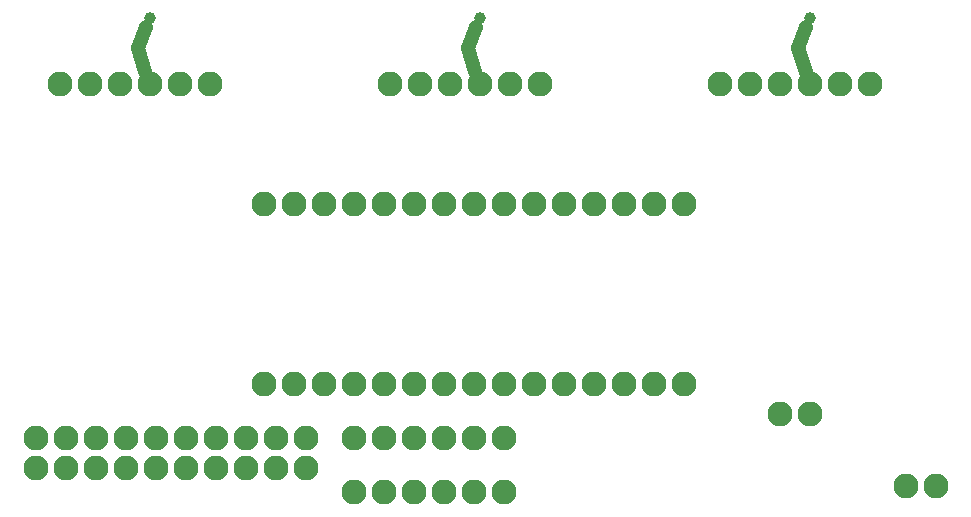
<source format=gbl>
G04 MADE WITH FRITZING*
G04 WWW.FRITZING.ORG*
G04 DOUBLE SIDED*
G04 HOLES PLATED*
G04 CONTOUR ON CENTER OF CONTOUR VECTOR*
%ASAXBY*%
%FSLAX23Y23*%
%MOIN*%
%OFA0B0*%
%SFA1.0B1.0*%
%ADD10C,0.083307*%
%ADD11C,0.039370*%
%ADD12C,0.048000*%
%LNCOPPER0*%
G90*
G70*
G54D10*
X861Y1202D03*
X961Y1202D03*
X1061Y1202D03*
X1161Y1202D03*
X1261Y1202D03*
X1361Y1202D03*
X1461Y1202D03*
X1561Y1202D03*
X1661Y1202D03*
X1761Y1202D03*
X1861Y1202D03*
X1961Y1202D03*
X2061Y1202D03*
X2161Y1202D03*
X2261Y1202D03*
X861Y602D03*
X961Y602D03*
X1061Y602D03*
X1161Y602D03*
X1261Y602D03*
X1361Y602D03*
X1461Y602D03*
X1561Y602D03*
X1661Y602D03*
X1761Y602D03*
X1861Y602D03*
X1961Y602D03*
X2061Y602D03*
X2161Y602D03*
X2261Y602D03*
X101Y322D03*
X201Y322D03*
X301Y322D03*
X401Y322D03*
X501Y322D03*
X601Y322D03*
X701Y322D03*
X801Y322D03*
X901Y322D03*
X1001Y322D03*
X101Y422D03*
X201Y422D03*
X301Y422D03*
X401Y422D03*
X501Y422D03*
X601Y422D03*
X701Y422D03*
X801Y422D03*
X901Y422D03*
X1001Y422D03*
X1661Y242D03*
X1561Y242D03*
X1461Y242D03*
X1361Y242D03*
X1261Y242D03*
X1161Y242D03*
X1661Y422D03*
X1561Y422D03*
X1461Y422D03*
X1361Y422D03*
X1261Y422D03*
X1161Y422D03*
X3001Y262D03*
X3101Y262D03*
X1281Y1602D03*
X1381Y1602D03*
X1481Y1602D03*
X1581Y1602D03*
X1681Y1602D03*
X1781Y1602D03*
X2381Y1602D03*
X2481Y1602D03*
X2581Y1602D03*
X2681Y1602D03*
X2781Y1602D03*
X2881Y1602D03*
X181Y1602D03*
X281Y1602D03*
X381Y1602D03*
X481Y1602D03*
X581Y1602D03*
X681Y1602D03*
X2681Y502D03*
X2581Y502D03*
G54D11*
X481Y1822D03*
X1581Y1822D03*
X2681Y1822D03*
G54D12*
X441Y1722D02*
X470Y1794D01*
D02*
X467Y1644D02*
X441Y1722D01*
D02*
X1567Y1644D02*
X1541Y1722D01*
D02*
X1541Y1722D02*
X1570Y1794D01*
D02*
X2668Y1644D02*
X2642Y1722D01*
D02*
X2642Y1722D02*
X2670Y1794D01*
G04 End of Copper0*
M02*
</source>
